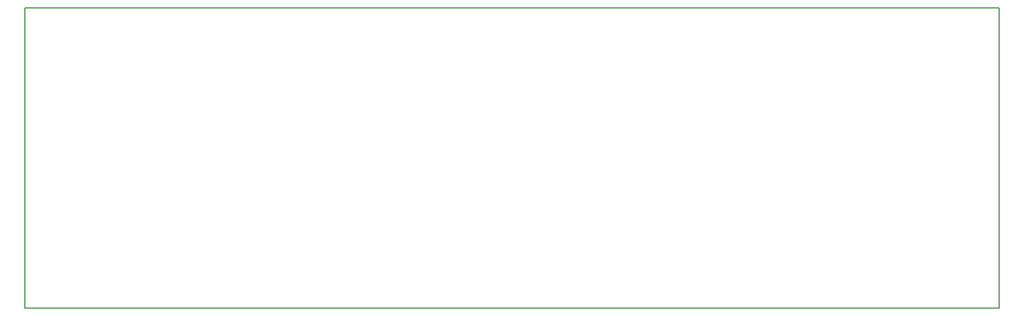
<source format=gbr>
G04 #@! TF.GenerationSoftware,KiCad,Pcbnew,(5.1.2-1)-1*
G04 #@! TF.CreationDate,2019-07-24T21:32:52+02:00*
G04 #@! TF.ProjectId,AddOnB,4164644f-6e42-42e6-9b69-6361645f7063,rev?*
G04 #@! TF.SameCoordinates,Original*
G04 #@! TF.FileFunction,Profile,NP*
%FSLAX46Y46*%
G04 Gerber Fmt 4.6, Leading zero omitted, Abs format (unit mm)*
G04 Created by KiCad (PCBNEW (5.1.2-1)-1) date 2019-07-24 21:32:52*
%MOMM*%
%LPD*%
G04 APERTURE LIST*
%ADD10C,0.150000*%
G04 APERTURE END LIST*
D10*
X347000000Y90000000D02*
X347000000Y45000000D01*
X201000000Y90000000D02*
X347000000Y90000000D01*
X347000000Y45000000D02*
X201000000Y45000000D01*
X201000000Y45000000D02*
X201000000Y90000000D01*
M02*

</source>
